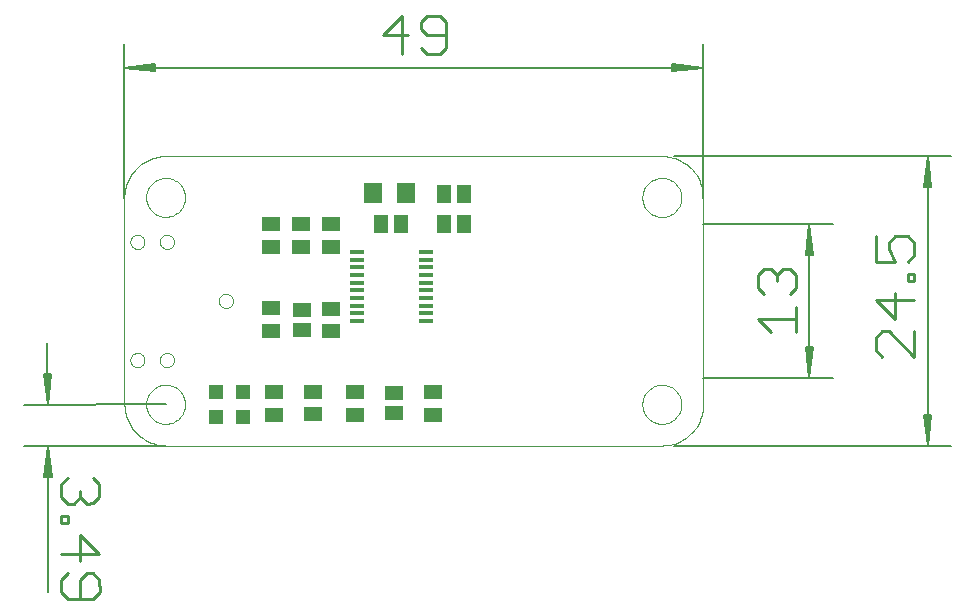
<source format=gtp>
G75*
G70*
%OFA0B0*%
%FSLAX24Y24*%
%IPPOS*%
%LPD*%
%AMOC8*
5,1,8,0,0,1.08239X$1,22.5*
%
%ADD10C,0.0000*%
%ADD11C,0.0051*%
%ADD12C,0.0110*%
%ADD13R,0.0472X0.0472*%
%ADD14R,0.0630X0.0512*%
%ADD15R,0.0512X0.0591*%
%ADD16R,0.0630X0.0709*%
%ADD17R,0.0472X0.0118*%
%ADD18R,0.0591X0.0512*%
D10*
X004848Y006033D02*
X004851Y006033D01*
X021387Y006033D01*
X021390Y006033D01*
X020740Y007407D02*
X020742Y007457D01*
X020748Y007507D01*
X020758Y007557D01*
X020771Y007605D01*
X020788Y007653D01*
X020809Y007699D01*
X020833Y007743D01*
X020861Y007785D01*
X020892Y007825D01*
X020926Y007862D01*
X020963Y007897D01*
X021002Y007928D01*
X021043Y007957D01*
X021087Y007982D01*
X021133Y008004D01*
X021180Y008022D01*
X021228Y008036D01*
X021277Y008047D01*
X021327Y008054D01*
X021377Y008057D01*
X021428Y008056D01*
X021478Y008051D01*
X021528Y008042D01*
X021576Y008030D01*
X021624Y008013D01*
X021670Y007993D01*
X021715Y007970D01*
X021758Y007943D01*
X021798Y007913D01*
X021836Y007880D01*
X021871Y007844D01*
X021904Y007805D01*
X021933Y007764D01*
X021959Y007721D01*
X021982Y007676D01*
X022001Y007629D01*
X022016Y007581D01*
X022028Y007532D01*
X022036Y007482D01*
X022040Y007432D01*
X022040Y007382D01*
X022036Y007332D01*
X022028Y007282D01*
X022016Y007233D01*
X022001Y007185D01*
X021982Y007138D01*
X021959Y007093D01*
X021933Y007050D01*
X021904Y007009D01*
X021871Y006970D01*
X021836Y006934D01*
X021798Y006901D01*
X021758Y006871D01*
X021715Y006844D01*
X021670Y006821D01*
X021624Y006801D01*
X021576Y006784D01*
X021528Y006772D01*
X021478Y006763D01*
X021428Y006758D01*
X021377Y006757D01*
X021327Y006760D01*
X021277Y006767D01*
X021228Y006778D01*
X021180Y006792D01*
X021133Y006810D01*
X021087Y006832D01*
X021043Y006857D01*
X021002Y006886D01*
X020963Y006917D01*
X020926Y006952D01*
X020892Y006989D01*
X020861Y007029D01*
X020833Y007071D01*
X020809Y007115D01*
X020788Y007161D01*
X020771Y007209D01*
X020758Y007257D01*
X020748Y007307D01*
X020742Y007357D01*
X020740Y007407D01*
X021387Y006033D02*
X021459Y006035D01*
X021531Y006041D01*
X021603Y006050D01*
X021674Y006063D01*
X021744Y006080D01*
X021813Y006100D01*
X021881Y006125D01*
X021947Y006152D01*
X022013Y006183D01*
X022076Y006218D01*
X022138Y006255D01*
X022197Y006296D01*
X022254Y006340D01*
X022309Y006387D01*
X022361Y006437D01*
X022411Y006489D01*
X022458Y006544D01*
X022502Y006601D01*
X022543Y006660D01*
X022580Y006722D01*
X022615Y006785D01*
X022646Y006851D01*
X022673Y006917D01*
X022698Y006985D01*
X022718Y007054D01*
X022735Y007124D01*
X022748Y007195D01*
X022757Y007267D01*
X022763Y007339D01*
X022765Y007411D01*
X022765Y014300D01*
X020737Y014300D02*
X020739Y014350D01*
X020745Y014400D01*
X020755Y014450D01*
X020768Y014498D01*
X020785Y014546D01*
X020806Y014592D01*
X020830Y014636D01*
X020858Y014678D01*
X020889Y014718D01*
X020923Y014755D01*
X020960Y014790D01*
X020999Y014821D01*
X021040Y014850D01*
X021084Y014875D01*
X021130Y014897D01*
X021177Y014915D01*
X021225Y014929D01*
X021274Y014940D01*
X021324Y014947D01*
X021374Y014950D01*
X021425Y014949D01*
X021475Y014944D01*
X021525Y014935D01*
X021573Y014923D01*
X021621Y014906D01*
X021667Y014886D01*
X021712Y014863D01*
X021755Y014836D01*
X021795Y014806D01*
X021833Y014773D01*
X021868Y014737D01*
X021901Y014698D01*
X021930Y014657D01*
X021956Y014614D01*
X021979Y014569D01*
X021998Y014522D01*
X022013Y014474D01*
X022025Y014425D01*
X022033Y014375D01*
X022037Y014325D01*
X022037Y014275D01*
X022033Y014225D01*
X022025Y014175D01*
X022013Y014126D01*
X021998Y014078D01*
X021979Y014031D01*
X021956Y013986D01*
X021930Y013943D01*
X021901Y013902D01*
X021868Y013863D01*
X021833Y013827D01*
X021795Y013794D01*
X021755Y013764D01*
X021712Y013737D01*
X021667Y013714D01*
X021621Y013694D01*
X021573Y013677D01*
X021525Y013665D01*
X021475Y013656D01*
X021425Y013651D01*
X021374Y013650D01*
X021324Y013653D01*
X021274Y013660D01*
X021225Y013671D01*
X021177Y013685D01*
X021130Y013703D01*
X021084Y013725D01*
X021040Y013750D01*
X020999Y013779D01*
X020960Y013810D01*
X020923Y013845D01*
X020889Y013882D01*
X020858Y013922D01*
X020830Y013964D01*
X020806Y014008D01*
X020785Y014054D01*
X020768Y014102D01*
X020755Y014150D01*
X020745Y014200D01*
X020739Y014250D01*
X020737Y014300D01*
X021387Y015678D02*
X021459Y015676D01*
X021531Y015670D01*
X021603Y015661D01*
X021674Y015648D01*
X021744Y015631D01*
X021813Y015611D01*
X021881Y015586D01*
X021947Y015559D01*
X022013Y015528D01*
X022076Y015493D01*
X022138Y015456D01*
X022197Y015415D01*
X022254Y015371D01*
X022309Y015324D01*
X022361Y015274D01*
X022411Y015222D01*
X022458Y015167D01*
X022502Y015110D01*
X022543Y015051D01*
X022580Y014989D01*
X022615Y014926D01*
X022646Y014860D01*
X022673Y014794D01*
X022698Y014726D01*
X022718Y014657D01*
X022735Y014587D01*
X022748Y014516D01*
X022757Y014444D01*
X022763Y014372D01*
X022765Y014300D01*
X021387Y015678D02*
X004851Y015678D01*
X004198Y014304D02*
X004200Y014354D01*
X004206Y014404D01*
X004216Y014454D01*
X004229Y014502D01*
X004246Y014550D01*
X004267Y014596D01*
X004291Y014640D01*
X004319Y014682D01*
X004350Y014722D01*
X004384Y014759D01*
X004421Y014794D01*
X004460Y014825D01*
X004501Y014854D01*
X004545Y014879D01*
X004591Y014901D01*
X004638Y014919D01*
X004686Y014933D01*
X004735Y014944D01*
X004785Y014951D01*
X004835Y014954D01*
X004886Y014953D01*
X004936Y014948D01*
X004986Y014939D01*
X005034Y014927D01*
X005082Y014910D01*
X005128Y014890D01*
X005173Y014867D01*
X005216Y014840D01*
X005256Y014810D01*
X005294Y014777D01*
X005329Y014741D01*
X005362Y014702D01*
X005391Y014661D01*
X005417Y014618D01*
X005440Y014573D01*
X005459Y014526D01*
X005474Y014478D01*
X005486Y014429D01*
X005494Y014379D01*
X005498Y014329D01*
X005498Y014279D01*
X005494Y014229D01*
X005486Y014179D01*
X005474Y014130D01*
X005459Y014082D01*
X005440Y014035D01*
X005417Y013990D01*
X005391Y013947D01*
X005362Y013906D01*
X005329Y013867D01*
X005294Y013831D01*
X005256Y013798D01*
X005216Y013768D01*
X005173Y013741D01*
X005128Y013718D01*
X005082Y013698D01*
X005034Y013681D01*
X004986Y013669D01*
X004936Y013660D01*
X004886Y013655D01*
X004835Y013654D01*
X004785Y013657D01*
X004735Y013664D01*
X004686Y013675D01*
X004638Y013689D01*
X004591Y013707D01*
X004545Y013729D01*
X004501Y013754D01*
X004460Y013783D01*
X004421Y013814D01*
X004384Y013849D01*
X004350Y013886D01*
X004319Y013926D01*
X004291Y013968D01*
X004267Y014012D01*
X004246Y014058D01*
X004229Y014106D01*
X004216Y014154D01*
X004206Y014204D01*
X004200Y014254D01*
X004198Y014304D01*
X003473Y014300D02*
X003475Y014372D01*
X003481Y014444D01*
X003490Y014516D01*
X003503Y014587D01*
X003520Y014657D01*
X003540Y014726D01*
X003565Y014794D01*
X003592Y014860D01*
X003623Y014926D01*
X003658Y014989D01*
X003695Y015051D01*
X003736Y015110D01*
X003780Y015167D01*
X003827Y015222D01*
X003877Y015274D01*
X003929Y015324D01*
X003984Y015371D01*
X004041Y015415D01*
X004100Y015456D01*
X004162Y015493D01*
X004225Y015528D01*
X004291Y015559D01*
X004357Y015586D01*
X004425Y015611D01*
X004494Y015631D01*
X004564Y015648D01*
X004635Y015661D01*
X004707Y015670D01*
X004779Y015676D01*
X004851Y015678D01*
X003473Y014304D02*
X003473Y014300D01*
X003473Y007450D01*
X003473Y007407D01*
X004198Y007407D02*
X004200Y007457D01*
X004206Y007507D01*
X004216Y007557D01*
X004229Y007605D01*
X004246Y007653D01*
X004267Y007699D01*
X004291Y007743D01*
X004319Y007785D01*
X004350Y007825D01*
X004384Y007862D01*
X004421Y007897D01*
X004460Y007928D01*
X004501Y007957D01*
X004545Y007982D01*
X004591Y008004D01*
X004638Y008022D01*
X004686Y008036D01*
X004735Y008047D01*
X004785Y008054D01*
X004835Y008057D01*
X004886Y008056D01*
X004936Y008051D01*
X004986Y008042D01*
X005034Y008030D01*
X005082Y008013D01*
X005128Y007993D01*
X005173Y007970D01*
X005216Y007943D01*
X005256Y007913D01*
X005294Y007880D01*
X005329Y007844D01*
X005362Y007805D01*
X005391Y007764D01*
X005417Y007721D01*
X005440Y007676D01*
X005459Y007629D01*
X005474Y007581D01*
X005486Y007532D01*
X005494Y007482D01*
X005498Y007432D01*
X005498Y007382D01*
X005494Y007332D01*
X005486Y007282D01*
X005474Y007233D01*
X005459Y007185D01*
X005440Y007138D01*
X005417Y007093D01*
X005391Y007050D01*
X005362Y007009D01*
X005329Y006970D01*
X005294Y006934D01*
X005256Y006901D01*
X005216Y006871D01*
X005173Y006844D01*
X005128Y006821D01*
X005082Y006801D01*
X005034Y006784D01*
X004986Y006772D01*
X004936Y006763D01*
X004886Y006758D01*
X004835Y006757D01*
X004785Y006760D01*
X004735Y006767D01*
X004686Y006778D01*
X004638Y006792D01*
X004591Y006810D01*
X004545Y006832D01*
X004501Y006857D01*
X004460Y006886D01*
X004421Y006917D01*
X004384Y006952D01*
X004350Y006989D01*
X004319Y007029D01*
X004291Y007071D01*
X004267Y007115D01*
X004246Y007161D01*
X004229Y007209D01*
X004216Y007257D01*
X004206Y007307D01*
X004200Y007357D01*
X004198Y007407D01*
X003473Y007450D02*
X003474Y007377D01*
X003479Y007303D01*
X003487Y007231D01*
X003500Y007159D01*
X003516Y007087D01*
X003535Y007017D01*
X003559Y006947D01*
X003586Y006879D01*
X003617Y006813D01*
X003651Y006748D01*
X003688Y006685D01*
X003729Y006624D01*
X003772Y006566D01*
X003819Y006509D01*
X003869Y006455D01*
X003921Y006404D01*
X003976Y006356D01*
X004033Y006311D01*
X004093Y006268D01*
X004155Y006229D01*
X004219Y006193D01*
X004284Y006161D01*
X004352Y006132D01*
X004420Y006107D01*
X004490Y006085D01*
X004561Y006067D01*
X004633Y006052D01*
X004705Y006042D01*
X004778Y006035D01*
X004851Y006032D01*
X004655Y008883D02*
X004657Y008913D01*
X004663Y008943D01*
X004672Y008972D01*
X004685Y008999D01*
X004702Y009024D01*
X004721Y009047D01*
X004744Y009068D01*
X004769Y009085D01*
X004795Y009099D01*
X004824Y009109D01*
X004853Y009116D01*
X004883Y009119D01*
X004914Y009118D01*
X004944Y009113D01*
X004973Y009104D01*
X005000Y009092D01*
X005026Y009077D01*
X005050Y009058D01*
X005071Y009036D01*
X005089Y009012D01*
X005104Y008985D01*
X005115Y008957D01*
X005123Y008928D01*
X005127Y008898D01*
X005127Y008868D01*
X005123Y008838D01*
X005115Y008809D01*
X005104Y008781D01*
X005089Y008754D01*
X005071Y008730D01*
X005050Y008708D01*
X005026Y008689D01*
X005000Y008674D01*
X004973Y008662D01*
X004944Y008653D01*
X004914Y008648D01*
X004883Y008647D01*
X004853Y008650D01*
X004824Y008657D01*
X004795Y008667D01*
X004769Y008681D01*
X004744Y008698D01*
X004721Y008719D01*
X004702Y008742D01*
X004685Y008767D01*
X004672Y008794D01*
X004663Y008823D01*
X004657Y008853D01*
X004655Y008883D01*
X003670Y008883D02*
X003672Y008913D01*
X003678Y008943D01*
X003687Y008972D01*
X003700Y008999D01*
X003717Y009024D01*
X003736Y009047D01*
X003759Y009068D01*
X003784Y009085D01*
X003810Y009099D01*
X003839Y009109D01*
X003868Y009116D01*
X003898Y009119D01*
X003929Y009118D01*
X003959Y009113D01*
X003988Y009104D01*
X004015Y009092D01*
X004041Y009077D01*
X004065Y009058D01*
X004086Y009036D01*
X004104Y009012D01*
X004119Y008985D01*
X004130Y008957D01*
X004138Y008928D01*
X004142Y008898D01*
X004142Y008868D01*
X004138Y008838D01*
X004130Y008809D01*
X004119Y008781D01*
X004104Y008754D01*
X004086Y008730D01*
X004065Y008708D01*
X004041Y008689D01*
X004015Y008674D01*
X003988Y008662D01*
X003959Y008653D01*
X003929Y008648D01*
X003898Y008647D01*
X003868Y008650D01*
X003839Y008657D01*
X003810Y008667D01*
X003784Y008681D01*
X003759Y008698D01*
X003736Y008719D01*
X003717Y008742D01*
X003700Y008767D01*
X003687Y008794D01*
X003678Y008823D01*
X003672Y008853D01*
X003670Y008883D01*
X006623Y010852D02*
X006625Y010882D01*
X006631Y010912D01*
X006640Y010941D01*
X006653Y010968D01*
X006670Y010993D01*
X006689Y011016D01*
X006712Y011037D01*
X006737Y011054D01*
X006763Y011068D01*
X006792Y011078D01*
X006821Y011085D01*
X006851Y011088D01*
X006882Y011087D01*
X006912Y011082D01*
X006941Y011073D01*
X006968Y011061D01*
X006994Y011046D01*
X007018Y011027D01*
X007039Y011005D01*
X007057Y010981D01*
X007072Y010954D01*
X007083Y010926D01*
X007091Y010897D01*
X007095Y010867D01*
X007095Y010837D01*
X007091Y010807D01*
X007083Y010778D01*
X007072Y010750D01*
X007057Y010723D01*
X007039Y010699D01*
X007018Y010677D01*
X006994Y010658D01*
X006968Y010643D01*
X006941Y010631D01*
X006912Y010622D01*
X006882Y010617D01*
X006851Y010616D01*
X006821Y010619D01*
X006792Y010626D01*
X006763Y010636D01*
X006737Y010650D01*
X006712Y010667D01*
X006689Y010688D01*
X006670Y010711D01*
X006653Y010736D01*
X006640Y010763D01*
X006631Y010792D01*
X006625Y010822D01*
X006623Y010852D01*
X004655Y012820D02*
X004657Y012850D01*
X004663Y012880D01*
X004672Y012909D01*
X004685Y012936D01*
X004702Y012961D01*
X004721Y012984D01*
X004744Y013005D01*
X004769Y013022D01*
X004795Y013036D01*
X004824Y013046D01*
X004853Y013053D01*
X004883Y013056D01*
X004914Y013055D01*
X004944Y013050D01*
X004973Y013041D01*
X005000Y013029D01*
X005026Y013014D01*
X005050Y012995D01*
X005071Y012973D01*
X005089Y012949D01*
X005104Y012922D01*
X005115Y012894D01*
X005123Y012865D01*
X005127Y012835D01*
X005127Y012805D01*
X005123Y012775D01*
X005115Y012746D01*
X005104Y012718D01*
X005089Y012691D01*
X005071Y012667D01*
X005050Y012645D01*
X005026Y012626D01*
X005000Y012611D01*
X004973Y012599D01*
X004944Y012590D01*
X004914Y012585D01*
X004883Y012584D01*
X004853Y012587D01*
X004824Y012594D01*
X004795Y012604D01*
X004769Y012618D01*
X004744Y012635D01*
X004721Y012656D01*
X004702Y012679D01*
X004685Y012704D01*
X004672Y012731D01*
X004663Y012760D01*
X004657Y012790D01*
X004655Y012820D01*
X003670Y012820D02*
X003672Y012850D01*
X003678Y012880D01*
X003687Y012909D01*
X003700Y012936D01*
X003717Y012961D01*
X003736Y012984D01*
X003759Y013005D01*
X003784Y013022D01*
X003810Y013036D01*
X003839Y013046D01*
X003868Y013053D01*
X003898Y013056D01*
X003929Y013055D01*
X003959Y013050D01*
X003988Y013041D01*
X004015Y013029D01*
X004041Y013014D01*
X004065Y012995D01*
X004086Y012973D01*
X004104Y012949D01*
X004119Y012922D01*
X004130Y012894D01*
X004138Y012865D01*
X004142Y012835D01*
X004142Y012805D01*
X004138Y012775D01*
X004130Y012746D01*
X004119Y012718D01*
X004104Y012691D01*
X004086Y012667D01*
X004065Y012645D01*
X004041Y012626D01*
X004015Y012611D01*
X003988Y012599D01*
X003959Y012590D01*
X003929Y012585D01*
X003898Y012584D01*
X003868Y012587D01*
X003839Y012594D01*
X003810Y012604D01*
X003784Y012618D01*
X003759Y012635D01*
X003736Y012656D01*
X003717Y012679D01*
X003700Y012704D01*
X003687Y012731D01*
X003678Y012760D01*
X003672Y012790D01*
X003670Y012820D01*
D11*
X000916Y006024D02*
X000927Y001163D01*
X000867Y005000D02*
X000916Y006024D01*
X000816Y005000D01*
X000793Y005000D02*
X000916Y006024D01*
X001021Y005000D01*
X001044Y005000D02*
X000793Y005000D01*
X000970Y005000D02*
X000916Y006024D01*
X001044Y005000D01*
X000129Y006022D02*
X004851Y006033D01*
X004848Y007407D02*
X000126Y007397D01*
X000913Y007398D02*
X000808Y008422D01*
X000785Y008422D02*
X000913Y007398D01*
X001013Y008422D01*
X001036Y008422D02*
X000785Y008422D01*
X000859Y008422D02*
X000913Y007398D01*
X000962Y008422D01*
X001036Y008422D02*
X000913Y007398D01*
X000908Y009446D01*
X003473Y014300D02*
X003473Y019418D01*
X003473Y018631D02*
X004497Y018733D01*
X004497Y018757D02*
X004497Y018505D01*
X003473Y018631D01*
X004497Y018529D01*
X004497Y018580D02*
X003473Y018631D01*
X004497Y018682D01*
X004497Y018757D02*
X003473Y018631D01*
X022765Y018631D01*
X021741Y018529D01*
X021741Y018505D02*
X022765Y018631D01*
X021741Y018733D01*
X021741Y018757D02*
X021741Y018505D01*
X021741Y018580D02*
X022765Y018631D01*
X021741Y018682D01*
X021741Y018757D02*
X022765Y018631D01*
X022765Y019418D02*
X022765Y014300D01*
X022765Y013415D02*
X027095Y013415D01*
X026308Y013415D02*
X026410Y012391D01*
X026434Y012391D02*
X026308Y013415D01*
X026206Y012391D01*
X026182Y012391D02*
X026434Y012391D01*
X026359Y012391D02*
X026308Y013415D01*
X026257Y012391D01*
X026182Y012391D02*
X026308Y013415D01*
X026308Y008296D01*
X026410Y009320D01*
X026434Y009320D02*
X026308Y008296D01*
X026206Y009320D01*
X026182Y009320D02*
X026434Y009320D01*
X026359Y009320D02*
X026308Y008296D01*
X026257Y009320D01*
X026182Y009320D02*
X026308Y008296D01*
X027095Y008296D02*
X022765Y008296D01*
X021780Y006033D02*
X031032Y006033D01*
X030245Y006033D02*
X030347Y007056D01*
X030371Y007056D02*
X030245Y006033D01*
X030143Y007056D01*
X030119Y007056D02*
X030371Y007056D01*
X030296Y007056D02*
X030245Y006033D01*
X030194Y007056D01*
X030119Y007056D02*
X030245Y006033D01*
X030245Y015678D01*
X030347Y014655D01*
X030371Y014655D02*
X030245Y015678D01*
X030143Y014655D01*
X030119Y014655D02*
X030371Y014655D01*
X030296Y014655D02*
X030245Y015678D01*
X030194Y014655D01*
X030119Y014655D02*
X030245Y015678D01*
X031032Y015678D02*
X021780Y015678D01*
D12*
X024802Y011929D02*
X025013Y011929D01*
X025225Y011717D01*
X025436Y011929D01*
X025648Y011929D01*
X025859Y011717D01*
X025859Y011294D01*
X025648Y011083D01*
X025859Y010660D02*
X025859Y009814D01*
X025859Y010237D02*
X024590Y010237D01*
X025013Y009814D01*
X024802Y011083D02*
X024590Y011294D01*
X024590Y011717D01*
X024802Y011929D01*
X025225Y011717D02*
X025225Y011506D01*
X028527Y010895D02*
X029162Y010261D01*
X029162Y011107D01*
X029796Y010895D02*
X028527Y010895D01*
X029585Y011529D02*
X029585Y011741D01*
X029796Y011741D01*
X029796Y011529D01*
X029585Y011529D01*
X029585Y012164D02*
X029796Y012375D01*
X029796Y012798D01*
X029585Y013010D01*
X029162Y013010D01*
X028950Y012798D01*
X028950Y012587D01*
X029162Y012164D01*
X028527Y012164D01*
X028527Y013010D01*
X028739Y009838D02*
X028527Y009626D01*
X028527Y009203D01*
X028739Y008992D01*
X028950Y009838D02*
X029796Y008992D01*
X029796Y009838D01*
X028950Y009838D02*
X028739Y009838D01*
X014192Y019291D02*
X014192Y020137D01*
X013981Y020349D01*
X013558Y020349D01*
X013346Y020137D01*
X013346Y019926D01*
X013558Y019714D01*
X014192Y019714D01*
X014192Y019291D02*
X013981Y019080D01*
X013558Y019080D01*
X013346Y019291D01*
X012924Y019714D02*
X012078Y019714D01*
X012712Y020349D01*
X012712Y019080D01*
X002425Y004948D02*
X002637Y004737D01*
X002637Y004314D01*
X002426Y004102D01*
X002215Y004101D01*
X002003Y004313D01*
X001792Y004101D01*
X001580Y004100D01*
X001368Y004311D01*
X001368Y004735D01*
X001579Y004946D01*
X002003Y004524D02*
X002003Y004313D01*
X001581Y003678D02*
X001369Y003677D01*
X001370Y003466D01*
X001581Y003466D01*
X001581Y003678D01*
X002005Y003044D02*
X002007Y002198D01*
X002219Y001775D02*
X002008Y001564D01*
X002009Y000929D01*
X001586Y000928D02*
X002432Y000930D01*
X002643Y001142D01*
X002642Y001565D01*
X002430Y001776D01*
X002219Y001775D01*
X001584Y001774D02*
X001373Y001563D01*
X001374Y001139D01*
X001586Y000928D01*
X001372Y002408D02*
X002641Y002411D01*
X002005Y003044D01*
D13*
X006525Y006997D03*
X007410Y006997D03*
X007410Y007824D03*
X006525Y007824D03*
D14*
X008476Y007813D03*
X008476Y007065D03*
X009762Y007071D03*
X009762Y007819D03*
X011151Y007815D03*
X011151Y007067D03*
X013772Y007065D03*
X013772Y007814D03*
X010373Y009849D03*
X010373Y010597D03*
X008373Y010607D03*
X008373Y009859D03*
X008373Y012659D03*
X008373Y013407D03*
X009373Y013407D03*
X009373Y012659D03*
X010373Y012659D03*
X010373Y013407D03*
D15*
X012039Y013433D03*
X012708Y013433D03*
X014139Y013433D03*
X014808Y013433D03*
X014808Y014433D03*
X014139Y014433D03*
D16*
X012875Y014441D03*
X011772Y014441D03*
D17*
X011232Y012484D03*
X011232Y012228D03*
X011232Y011972D03*
X011232Y011717D03*
X011232Y011461D03*
X011232Y011205D03*
X011232Y010949D03*
X011232Y010693D03*
X011232Y010437D03*
X011232Y010181D03*
X013515Y010181D03*
X013515Y010437D03*
X013515Y010693D03*
X013515Y010949D03*
X013515Y011205D03*
X013515Y011461D03*
X013515Y011717D03*
X013515Y011972D03*
X013515Y012228D03*
X013515Y012484D03*
D18*
X009380Y010558D03*
X009380Y009889D03*
X012456Y007784D03*
X012456Y007115D03*
M02*

</source>
